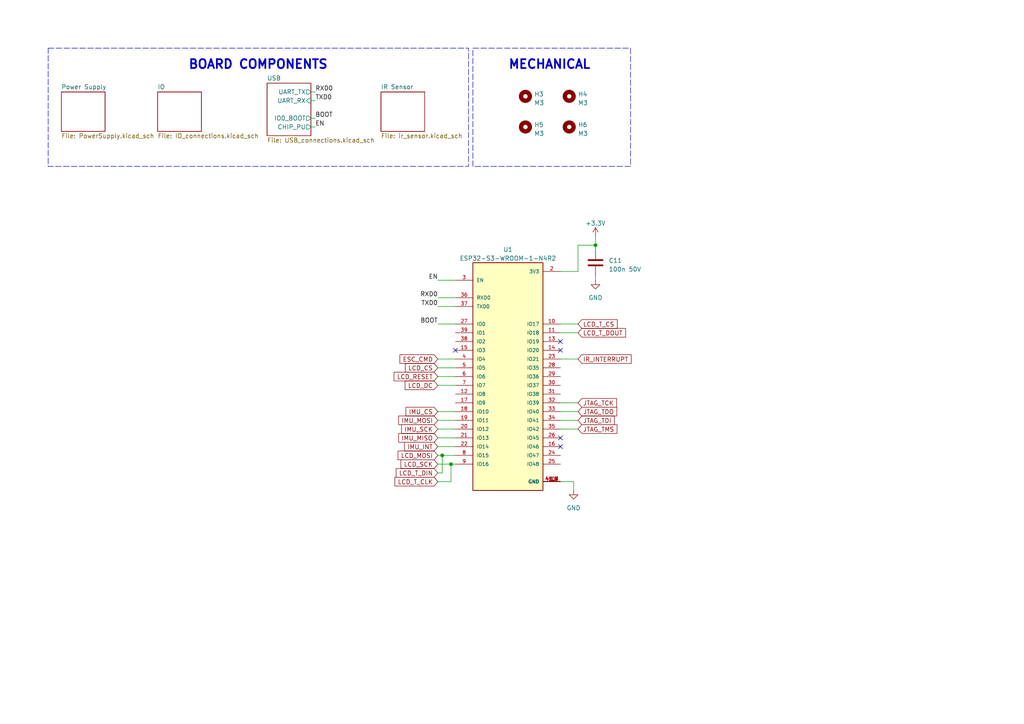
<source format=kicad_sch>
(kicad_sch (version 20230121) (generator eeschema)
  (paper "A4")
  (title_block (title "Dynamic propeller balancer") (date "2023-02-27") (rev "1") (company "V2"))
  (lib_symbols
    (symbol "Device:C" (pin_numbers hide) (pin_names (offset 0.254))
      (property "Reference" "C" (at 0.635 2.54 0))
      (property "Value" "C" (at 0.635 -2.54 0))
      (symbol "C_0_1"
        (polyline (pts (xy -2.032 -0.762) (xy 2.032 -0.762)) (stroke (width 0.508)))
        (polyline (pts (xy -2.032 0.762) (xy 2.032 0.762)) (stroke (width 0.508)))
      )
      (symbol "C_1_1"
        (pin passive line (at 0 3.81 270) (length 2.794) (name "~") (number "1"))
        (pin passive line (at 0 -3.81 90) (length 2.794) (name "~") (number "2"))
      )
    )
    (symbol "ESP32-S3-WROOM-1-N4R2:ESP32-S3-WROOM-1-N4R2" (pin_names (offset 1.016))
      (property "Reference" "U" (at -10.16 34.1122 0))
      (property "Value" "ESP32-S3-WROOM-1-N4R2" (at -10.16 -35.56 0))
      (symbol "ESP32-S3-WROOM-1-N4R2_0_0"
        (rectangle (start -10.16 -33.02) (end 10.16 33.02) (stroke (width 0.254)) (fill (type background)))
        (pin power_in line (at 15.24 -30.48 180) (length 5.08) (name "GND") (number "1"))
        (pin bidirectional line (at 15.24 15.24 180) (length 5.08) (name "IO17") (number "10"))
        (pin bidirectional line (at 15.24 12.7 180) (length 5.08) (name "IO18") (number "11"))
        (pin bidirectional line (at -15.24 -5.08 0) (length 5.08) (name "IO8") (number "12"))
        (pin bidirectional line (at 15.24 10.16 180) (length 5.08) (name "IO19") (number "13"))
        (pin bidirectional line (at 15.24 7.62 180) (length 5.08) (name "IO20") (number "14"))
        (pin bidirectional line (at -15.24 7.62 0) (length 5.08) (name "IO3") (number "15"))
        (pin bidirectional line (at 15.24 -20.32 180) (length 5.08) (name "IO46") (number "16"))
        (pin bidirectional line (at -15.24 -7.62 0) (length 5.08) (name "IO9") (number "17"))
        (pin bidirectional line (at -15.24 -10.16 0) (length 5.08) (name "IO10") (number "18"))
        (pin bidirectional line (at -15.24 -12.7 0) (length 5.08) (name "IO11") (number "19"))
        (pin power_in line (at 15.24 30.48 180) (length 5.08) (name "3V3") (number "2"))
        (pin bidirectional line (at -15.24 -15.24 0) (length 5.08) (name "IO12") (number "20"))
        (pin bidirectional line (at -15.24 -17.78 0) (length 5.08) (name "IO13") (number "21"))
        (pin bidirectional line (at -15.24 -20.32 0) (length 5.08) (name "IO14") (number "22"))
        (pin bidirectional line (at 15.24 5.08 180) (length 5.08) (name "IO21") (number "23"))
        (pin bidirectional line (at 15.24 -22.86 180) (length 5.08) (name "IO47") (number "24"))
        (pin bidirectional line (at 15.24 -25.4 180) (length 5.08) (name "IO48") (number "25"))
        (pin bidirectional line (at 15.24 -17.78 180) (length 5.08) (name "IO45") (number "26"))
        (pin bidirectional line (at -15.24 15.24 0) (length 5.08) (name "IO0") (number "27"))
        (pin bidirectional line (at 15.24 2.54 180) (length 5.08) (name "IO35") (number "28"))
        (pin bidirectional line (at 15.24 0 180) (length 5.08) (name "IO36") (number "29"))
        (pin input line (at -15.24 27.94 0) (length 5.08) (name "EN") (number "3"))
        (pin bidirectional line (at 15.24 -2.54 180) (length 5.08) (name "IO37") (number "30"))
        (pin bidirectional line (at 15.24 -5.08 180) (length 5.08) (name "IO38") (number "31"))
        (pin bidirectional line (at 15.24 -7.62 180) (length 5.08) (name "IO39") (number "32"))
        (pin bidirectional line (at 15.24 -10.16 180) (length 5.08) (name "IO40") (number "33"))
        (pin bidirectional line (at 15.24 -12.7 180) (length 5.08) (name "IO41") (number "34"))
        (pin bidirectional line (at 15.24 -15.24 180) (length 5.08) (name "IO42") (number "35"))
        (pin bidirectional line (at -15.24 22.86 0) (length 5.08) (name "RXD0") (number "36"))
        (pin bidirectional line (at -15.24 20.32 0) (length 5.08) (name "TXD0") (number "37"))
        (pin bidirectional line (at -15.24 10.16 0) (length 5.08) (name "IO2") (number "38"))
        (pin bidirectional line (at -15.24 12.7 0) (length 5.08) (name "IO1") (number "39"))
        (pin bidirectional line (at -15.24 5.08 0) (length 5.08) (name "IO4") (number "4"))
        (pin power_in line (at 15.24 -30.48 180) (length 5.08) (name "GND") (number "40"))
        (pin power_in line (at 15.24 -30.48 180) (length 5.08) (name "GND") (number "41_1"))
        (pin power_in line (at 15.24 -30.48 180) (length 5.08) (name "GND") (number "41_2"))
        (pin power_in line (at 15.24 -30.48 180) (length 5.08) (name "GND") (number "41_3"))
        (pin power_in line (at 15.24 -30.48 180) (length 5.08) (name "GND") (number "41_4"))
        (pin power_in line (at 15.24 -30.48 180) (length 5.08) (name "GND") (number "41_5"))
        (pin power_in line (at 15.24 -30.48 180) (length 5.08) (name "GND") (number "41_6"))
        (pin power_in line (at 15.24 -30.48 180) (length 5.08) (name "GND") (number "41_7"))
        (pin power_in line (at 15.24 -30.48 180) (length 5.08) (name "GND") (number "41_8"))
        (pin power_in line (at 15.24 -30.48 180) (length 5.08) (name "GND") (number "41_9"))
        (pin bidirectional line (at -15.24 2.54 0) (length 5.08) (name "IO5") (number "5"))
        (pin bidirectional line (at -15.24 0 0) (length 5.08) (name "IO6") (number "6"))
        (pin bidirectional line (at -15.24 -2.54 0) (length 5.08) (name "IO7") (number "7"))
        (pin bidirectional line (at -15.24 -22.86 0) (length 5.08) (name "IO15") (number "8"))
        (pin bidirectional line (at -15.24 -25.4 0) (length 5.08) (name "IO16") (number "9"))
      )
    )
    (symbol "Mechanical:MountingHole" (pin_names (offset 1.016))
      (property "Reference" "H" (at 0 5.08 0))
      (property "Value" "MountingHole" (at 0 3.175 0))
      (symbol "MountingHole_0_1"
        (circle (center 0 0) (radius 1.27) (stroke (width 1.27)))
      )
    )
    (symbol "power:+3.3V" (power) (pin_names (offset 0))
      (property "Value" "+3.3V" (at 0 3.556 0))
      (symbol "+3.3V_0_1"
        (polyline (pts (xy -0.762 1.27) (xy 0 2.54)))
        (polyline (pts (xy 0 0) (xy 0 2.54)))
        (polyline (pts (xy 0 2.54) (xy 0.762 1.27)))
      )
      (symbol "+3.3V_1_1"
        (pin power_in line (at 0 0 90) (length 0) hide (name "+3.3V") (number "1"))
      )
    )
    (symbol "power:GND" (power) (pin_names (offset 0))
      (property "Value" "GND" (at 0 -3.81 0))
      (symbol "GND_0_1"
        (polyline (pts (xy 0 0) (xy 0 -1.27) (xy 1.27 -1.27) (xy 0 -2.54) (xy -1.27 -1.27) (xy 0 -1.27)))
      )
      (symbol "GND_1_1"
        (pin power_in line (at 0 0 270) (length 0) hide (name "GND") (number "1"))
      )
    )
  )
  (junction (at 172.72 71.12))
  (junction (at 130.81 134.62))
  (junction (at 128.27 132.08))
  (no_connect (at 162.56 129.54))
  (no_connect (at 162.56 101.6))
  (no_connect (at 162.56 99.06))
  (no_connect (at 162.56 127))
  (no_connect (at 132.08 101.6))
  (wire (pts (xy 127 119.38) (xy 132.08 119.38)))
  (wire (pts (xy 167.64 96.52) (xy 162.56 96.52)))
  (wire (pts (xy 127 139.7) (xy 130.81 139.7)))
  (wire (pts (xy 90.17 26.67) (xy 91.44 26.67)))
  (wire (pts (xy 167.64 93.98) (xy 162.56 93.98)))
  (wire (pts (xy 127 86.36) (xy 132.08 86.36)))
  (wire (pts (xy 167.64 116.84) (xy 162.56 116.84)))
  (wire (pts (xy 130.81 134.62) (xy 132.08 134.62)))
  (wire (pts (xy 127 111.76) (xy 132.08 111.76)))
  (wire (pts (xy 166.37 139.7) (xy 162.56 139.7)))
  (wire (pts (xy 167.64 121.92) (xy 162.56 121.92)))
  (wire (pts (xy 127 137.16) (xy 128.27 137.16)))
  (wire (pts (xy 172.72 81.28) (xy 172.72 80.01)))
  (wire (pts (xy 167.64 71.12) (xy 172.72 71.12)))
  (wire (pts (xy 166.37 142.24) (xy 166.37 139.7)))
  (wire (pts (xy 167.64 119.38) (xy 162.56 119.38)))
  (wire (pts (xy 127 88.9) (xy 132.08 88.9)))
  (wire (pts (xy 172.72 68.58) (xy 172.72 71.12)))
  (wire (pts (xy 90.17 36.83) (xy 91.44 36.83)))
  (wire (pts (xy 90.17 29.21) (xy 91.44 29.21)))
  (wire (pts (xy 127 81.28) (xy 132.08 81.28)))
  (wire (pts (xy 127 109.22) (xy 132.08 109.22)))
  (wire (pts (xy 127 104.14) (xy 132.08 104.14)))
  (wire (pts (xy 127 124.46) (xy 132.08 124.46)))
  (wire (pts (xy 127 129.54) (xy 132.08 129.54)))
  (wire (pts (xy 167.64 104.14) (xy 162.56 104.14)))
  (wire (pts (xy 128.27 132.08) (xy 128.27 137.16)))
  (wire (pts (xy 167.64 71.12) (xy 167.64 78.74)))
  (wire (pts (xy 127 134.62) (xy 130.81 134.62)))
  (wire (pts (xy 167.64 124.46) (xy 162.56 124.46)))
  (wire (pts (xy 127 127) (xy 132.08 127)))
  (wire (pts (xy 127 121.92) (xy 132.08 121.92)))
  (wire (pts (xy 130.81 139.7) (xy 130.81 134.62)))
  (wire (pts (xy 90.17 34.29) (xy 91.44 34.29)))
  (wire (pts (xy 127 132.08) (xy 128.27 132.08)))
  (wire (pts (xy 127 93.98) (xy 132.08 93.98)))
  (wire (pts (xy 172.72 72.39) (xy 172.72 71.12)))
  (wire (pts (xy 128.27 132.08) (xy 132.08 132.08)))
  (wire (pts (xy 127 106.68) (xy 132.08 106.68)))
  (wire (pts (xy 167.64 78.74) (xy 162.56 78.74)))
  (rectangle (start 137.16 13.97) (end 182.88 48.26) (stroke (width 0) (type dash)))
  (rectangle (start 13.97 13.97) (end 135.89 48.26) (stroke (width 0) (type dash)))
  (text "MECHANICAL" (at 171.45 20.32 0) (effects (font (size 2.5654 2.5654) (thickness 0.5131) bold) (justify right bottom)))
  (text "BOARD COMPONENTS" (at 95.25 20.32 0) (effects (font (size 2.5654 2.5654) (thickness 0.5131) bold) (justify right bottom)))
  (label "TXD0" (at 91.44 29.21 0))
  (label "BOOT" (at 127 93.98 180))
  (label "RXD0" (at 127 86.36 180))
  (label "RXD0" (at 91.44 26.67 0))
  (label "BOOT" (at 91.44 34.29 0))
  (label "EN" (at 91.44 36.83 0))
  (label "EN" (at 127 81.28 180))
  (label "TXD0" (at 127 88.9 180))
  (global_label "LCD_MOSI" (shape input) (at 127 132.08 180) (property "Intersheetrefs" "${INTERSHEET_REFS}" (effects hide)))
  (global_label "LCD_DC" (shape input) (at 127 111.76 180) (property "Intersheetrefs" "${INTERSHEET_REFS}" (effects hide)))
  (global_label "ESC_CMD" (shape input) (at 127 104.14 180) (property "Intersheetrefs" "${INTERSHEET_REFS}" (effects hide)))
  (global_label "IMU_INT" (shape input) (at 127 129.54 180) (property "Intersheetrefs" "${INTERSHEET_REFS}" (effects hide)))
  (global_label "IMU_MISO" (shape input) (at 127 127 180) (property "Intersheetrefs" "${INTERSHEET_REFS}" (effects hide)))
  (global_label "LCD_RESET" (shape input) (at 127 109.22 180) (property "Intersheetrefs" "${INTERSHEET_REFS}" (effects hide)))
  (global_label "LCD_T_DIN" (shape input) (at 127 137.16 180) (property "Intersheetrefs" "${INTERSHEET_REFS}" (effects hide)))
  (global_label "LCD_T_DOUT" (shape input) (at 167.64 96.52 0) (property "Intersheetrefs" "${INTERSHEET_REFS}" (effects hide)))
  (global_label "JTAG_TCK" (shape input) (at 167.64 116.84 0) (property "Intersheetrefs" "${INTERSHEET_REFS}" (effects hide)))
  (global_label "IMU_MOSI" (shape input) (at 127 121.92 180) (property "Intersheetrefs" "${INTERSHEET_REFS}" (effects hide)))
  (global_label "LCD_T_CS" (shape input) (at 167.64 93.98 0) (property "Intersheetrefs" "${INTERSHEET_REFS}" (effects hide)))
  (global_label "LCD_T_CLK" (shape input) (at 127 139.7 180) (property "Intersheetrefs" "${INTERSHEET_REFS}" (effects hide)))
  (global_label "JTAG_TMS" (shape input) (at 167.64 124.46 0) (property "Intersheetrefs" "${INTERSHEET_REFS}" (effects hide)))
  (global_label "IR_INTERRUPT" (shape input) (at 167.64 104.14 0) (property "Intersheetrefs" "${INTERSHEET_REFS}" (effects hide)))
  (global_label "JTAG_TDI" (shape input) (at 167.64 121.92 0) (property "Intersheetrefs" "${INTERSHEET_REFS}" (effects hide)))
  (global_label "LCD_SCK" (shape input) (at 127 134.62 180) (property "Intersheetrefs" "${INTERSHEET_REFS}" (effects hide)))
  (global_label "IMU_CS" (shape input) (at 127 119.38 180) (property "Intersheetrefs" "${INTERSHEET_REFS}" (effects hide)))
  (global_label "JTAG_TDO" (shape input) (at 167.64 119.38 0) (property "Intersheetrefs" "${INTERSHEET_REFS}" (effects hide)))
  (global_label "IMU_SCK" (shape input) (at 127 124.46 180) (property "Intersheetrefs" "${INTERSHEET_REFS}" (effects hide)))
  (global_label "LCD_CS" (shape input) (at 127 106.68 180) (property "Intersheetrefs" "${INTERSHEET_REFS}" (effects hide)))
  (symbol (lib_id "Mechanical:MountingHole") (at 165.1 27.94 0) (unit 1)
    (property "Reference" "H4" (at 167.64 27.305 0) (effects (justify left)))
    (property "Value" "M3" (at 167.64 29.845 0) (effects (justify left)))
    (property "Footprint" "MountingHole:MountingHole_3.2mm_M3_Pad_TopBottom" (effects hide))
  )
  (symbol (lib_id "Device:C") (at 172.72 76.2 0) (unit 1)
    (property "Reference" "C11" (at 176.53 75.565 0) (effects (justify left)))
    (property "Value" "100n 50V" (at 176.53 78.105 0) (effects (justify left)))
    (property "Footprint" "Capacitor_SMD:C_01005_0402Metric" (effects hide))
    (property "LCSC" "C307331" (effects hide))
  )
  (symbol (lib_id "power:GND") (at 166.37 142.24 0) (unit 1)
    (property "Reference" "#PWR033" (effects hide))
    (property "Value" "GND" (at 166.37 147.32 0))
  )
  (symbol (lib_id "Mechanical:MountingHole") (at 152.4 36.83 0) (unit 1)
    (property "Reference" "H5" (at 154.94 36.195 0) (effects (justify left)))
    (property "Value" "M3" (at 154.94 38.735 0) (effects (justify left)))
    (property "Footprint" "MountingHole:MountingHole_3.2mm_M3_Pad_TopBottom" (effects hide))
  )
  (symbol (lib_id "Mechanical:MountingHole") (at 165.1 36.83 0) (unit 1)
    (property "Reference" "H6" (at 167.64 36.195 0) (effects (justify left)))
    (property "Value" "M3" (at 167.64 38.735 0) (effects (justify left)))
    (property "Footprint" "MountingHole:MountingHole_3.2mm_M3_Pad_TopBottom" (effects hide))
  )
  (symbol (lib_id "Mechanical:MountingHole") (at 152.4 27.94 0) (unit 1)
    (property "Reference" "H3" (at 154.94 27.305 0) (effects (justify left)))
    (property "Value" "M3" (at 154.94 29.845 0) (effects (justify left)))
    (property "Footprint" "MountingHole:MountingHole_3.2mm_M3_Pad_TopBottom" (effects hide))
  )
  (symbol (lib_id "ESP32-S3-WROOM-1-N4R2:ESP32-S3-WROOM-1-N4R2") (at 147.32 109.22 0) (unit 1)
    (property "Reference" "U1" (at 147.32 72.39 0))
    (property "Value" "ESP32-S3-WROOM-1-N4R2" (at 147.32 74.93 0))
    (property "Footprint" "XCVR_ESP32-S3-WROOM-1-N4R2" (effects hide))
    (property "LCSC" "C2913204" (effects hide))
  )
  (symbol (lib_id "power:+3.3V") (at 172.72 68.58 0) (unit 1)
    (property "Reference" "#PWR035" (effects hide))
    (property "Value" "+3.3V" (at 172.72 64.77 0))
  )
  (symbol (lib_id "power:GND") (at 172.72 81.28 0) (unit 1)
    (property "Reference" "#PWR034" (effects hide))
    (property "Value" "GND" (at 172.72 86.36 0))
  )
  (sheet (at 17.78 26.67) (size 12.7 11.43) (stroke (width 0.1524))
    (property "Sheetname" "Power Supply" (at 17.78 25.9584 0) (effects (justify left bottom)))
    (property "Sheetfile" "PowerSupply.kicad_sch" (at 17.78 38.6846 0) (effects (justify left top)))
  )
  (sheet (at 110.49 26.67) (size 12.7 11.43) (stroke (width 0.1524))
    (property "Sheetname" "IR Sensor" (at 110.49 25.9584 0) (effects (justify left bottom)))
    (property "Sheetfile" "ir_sensor.kicad_sch" (at 110.49 38.6846 0) (effects (justify left top)))
  )
  (sheet (at 77.47 24.13) (size 12.7 15.24) (stroke (width 0.1524))
    (property "Sheetname" "USB" (at 77.47 23.4184 0) (effects (justify left bottom)))
    (property "Sheetfile" "USB_connections.kicad_sch" (at 77.47 39.9546 0) (effects (justify left top)))
    (pin "UART_TX" output (at 90.17 26.67 0))
    (pin "UART_RX" input (at 90.17 29.21 0))
    (pin "IO0_BOOT" output (at 90.17 34.29 0))
    (pin "CHIP_PU" output (at 90.17 36.83 0))
  )
  (sheet (at 45.72 26.67) (size 12.7 11.43) (stroke (width 0.1524))
    (property "Sheetname" "IO" (at 45.72 25.9584 0) (effects (justify left bottom)))
    (property "Sheetfile" "IO_connections.kicad_sch" (at 45.72 38.6846 0) (effects (justify left top)))
  )
)
</source>
